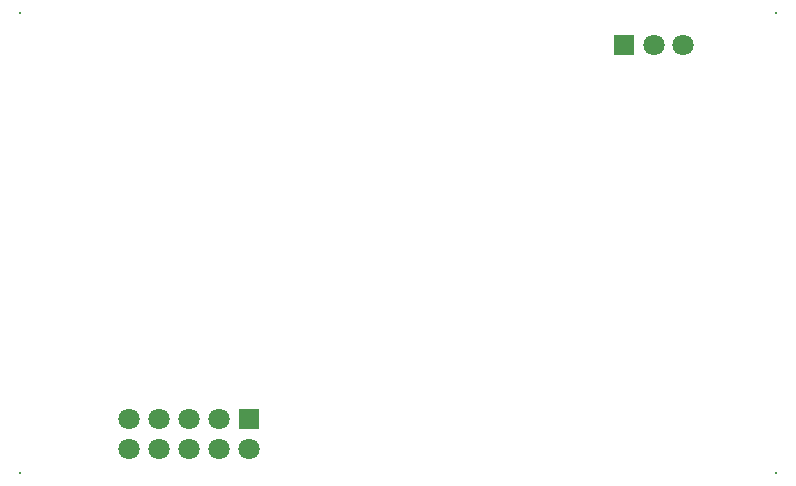
<source format=gbs>
G04*
G04 #@! TF.GenerationSoftware,Altium Limited,Altium Designer,25.4.2 (15)*
G04*
G04 Layer_Color=16711935*
%FSLAX44Y44*%
%MOMM*%
G71*
G04*
G04 #@! TF.SameCoordinates,F3998410-8278-4BEB-A66F-791B6528EB16*
G04*
G04*
G04 #@! TF.FilePolarity,Negative*
G04*
G01*
G75*
%ADD69C,1.8032*%
%ADD70R,1.8032X1.8032*%
%ADD71C,0.2032*%
D69*
X198403Y76027D02*
D03*
X173002Y50627D02*
D03*
X147603Y76027D02*
D03*
Y50627D02*
D03*
X223803D02*
D03*
X173002Y76027D02*
D03*
X198403Y50627D02*
D03*
X122203Y76027D02*
D03*
Y50627D02*
D03*
X591386Y392790D02*
D03*
X566386D02*
D03*
D70*
X223803Y76027D02*
D03*
X541386Y392790D02*
D03*
D71*
X30000Y30000D02*
D03*
X670000D02*
D03*
X30000Y420000D02*
D03*
X670000D02*
D03*
M02*

</source>
